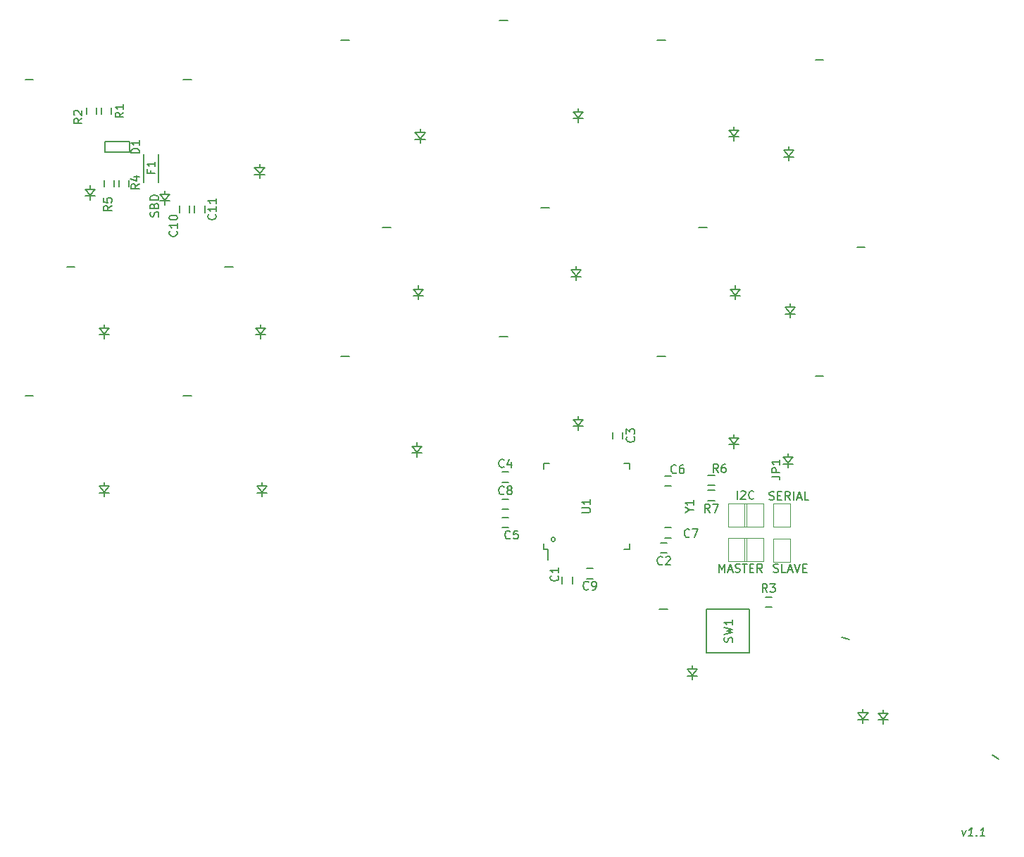
<source format=gto>
G04 #@! TF.GenerationSoftware,KiCad,Pcbnew,(5.0.0)*
G04 #@! TF.CreationDate,2019-01-14T15:32:29+09:00*
G04 #@! TF.ProjectId,kp21,6B7032312E6B696361645F7063620000,rev?*
G04 #@! TF.SameCoordinates,Original*
G04 #@! TF.FileFunction,Legend,Top*
G04 #@! TF.FilePolarity,Positive*
%FSLAX46Y46*%
G04 Gerber Fmt 4.6, Leading zero omitted, Abs format (unit mm)*
G04 Created by KiCad (PCBNEW (5.0.0)) date 01/14/19 15:32:29*
%MOMM*%
%LPD*%
G01*
G04 APERTURE LIST*
%ADD10C,0.150000*%
%ADD11C,0.120000*%
G04 APERTURE END LIST*
D10*
X219154776Y-135985714D02*
X219309538Y-136652380D01*
X219630967Y-135985714D01*
X220452395Y-136652380D02*
X219880967Y-136652380D01*
X220166681Y-136652380D02*
X220291681Y-135652380D01*
X220178586Y-135795238D01*
X220071443Y-135890476D01*
X219970252Y-135938095D01*
X220892872Y-136557142D02*
X220934538Y-136604761D01*
X220880967Y-136652380D01*
X220839300Y-136604761D01*
X220892872Y-136557142D01*
X220880967Y-136652380D01*
X221880967Y-136652380D02*
X221309538Y-136652380D01*
X221595252Y-136652380D02*
X221720252Y-135652380D01*
X221607157Y-135795238D01*
X221500014Y-135890476D01*
X221398824Y-135938095D01*
D11*
X191000000Y-99450000D02*
X195250000Y-99450000D01*
X191000000Y-96650000D02*
X195250000Y-96650000D01*
X195250000Y-99450000D02*
X195250000Y-96650000D01*
X191000000Y-99450000D02*
X191000000Y-96650000D01*
X191000000Y-103650000D02*
X191000000Y-100850000D01*
X195250000Y-103650000D02*
X195250000Y-100850000D01*
X191000000Y-103650000D02*
X195250000Y-103650000D01*
X191000000Y-100850000D02*
X195250000Y-100850000D01*
D10*
X195990476Y-96204761D02*
X196133333Y-96252380D01*
X196371428Y-96252380D01*
X196466666Y-96204761D01*
X196514285Y-96157142D01*
X196561904Y-96061904D01*
X196561904Y-95966666D01*
X196514285Y-95871428D01*
X196466666Y-95823809D01*
X196371428Y-95776190D01*
X196180952Y-95728571D01*
X196085714Y-95680952D01*
X196038095Y-95633333D01*
X195990476Y-95538095D01*
X195990476Y-95442857D01*
X196038095Y-95347619D01*
X196085714Y-95300000D01*
X196180952Y-95252380D01*
X196419047Y-95252380D01*
X196561904Y-95300000D01*
X196990476Y-95728571D02*
X197323809Y-95728571D01*
X197466666Y-96252380D02*
X196990476Y-96252380D01*
X196990476Y-95252380D01*
X197466666Y-95252380D01*
X198466666Y-96252380D02*
X198133333Y-95776190D01*
X197895238Y-96252380D02*
X197895238Y-95252380D01*
X198276190Y-95252380D01*
X198371428Y-95300000D01*
X198419047Y-95347619D01*
X198466666Y-95442857D01*
X198466666Y-95585714D01*
X198419047Y-95680952D01*
X198371428Y-95728571D01*
X198276190Y-95776190D01*
X197895238Y-95776190D01*
X198895238Y-96252380D02*
X198895238Y-95252380D01*
X199323809Y-95966666D02*
X199800000Y-95966666D01*
X199228571Y-96252380D02*
X199561904Y-95252380D01*
X199895238Y-96252380D01*
X200704761Y-96252380D02*
X200228571Y-96252380D01*
X200228571Y-95252380D01*
X196500000Y-104904761D02*
X196642857Y-104952380D01*
X196880952Y-104952380D01*
X196976190Y-104904761D01*
X197023809Y-104857142D01*
X197071428Y-104761904D01*
X197071428Y-104666666D01*
X197023809Y-104571428D01*
X196976190Y-104523809D01*
X196880952Y-104476190D01*
X196690476Y-104428571D01*
X196595238Y-104380952D01*
X196547619Y-104333333D01*
X196500000Y-104238095D01*
X196500000Y-104142857D01*
X196547619Y-104047619D01*
X196595238Y-104000000D01*
X196690476Y-103952380D01*
X196928571Y-103952380D01*
X197071428Y-104000000D01*
X197976190Y-104952380D02*
X197500000Y-104952380D01*
X197500000Y-103952380D01*
X198261904Y-104666666D02*
X198738095Y-104666666D01*
X198166666Y-104952380D02*
X198500000Y-103952380D01*
X198833333Y-104952380D01*
X199023809Y-103952380D02*
X199357142Y-104952380D01*
X199690476Y-103952380D01*
X200023809Y-104428571D02*
X200357142Y-104428571D01*
X200500000Y-104952380D02*
X200023809Y-104952380D01*
X200023809Y-103952380D01*
X200500000Y-103952380D01*
X189928571Y-104952380D02*
X189928571Y-103952380D01*
X190261904Y-104666666D01*
X190595238Y-103952380D01*
X190595238Y-104952380D01*
X191023809Y-104666666D02*
X191500000Y-104666666D01*
X190928571Y-104952380D02*
X191261904Y-103952380D01*
X191595238Y-104952380D01*
X191880952Y-104904761D02*
X192023809Y-104952380D01*
X192261904Y-104952380D01*
X192357142Y-104904761D01*
X192404761Y-104857142D01*
X192452380Y-104761904D01*
X192452380Y-104666666D01*
X192404761Y-104571428D01*
X192357142Y-104523809D01*
X192261904Y-104476190D01*
X192071428Y-104428571D01*
X191976190Y-104380952D01*
X191928571Y-104333333D01*
X191880952Y-104238095D01*
X191880952Y-104142857D01*
X191928571Y-104047619D01*
X191976190Y-104000000D01*
X192071428Y-103952380D01*
X192309523Y-103952380D01*
X192452380Y-104000000D01*
X192738095Y-103952380D02*
X193309523Y-103952380D01*
X193023809Y-104952380D02*
X193023809Y-103952380D01*
X193642857Y-104428571D02*
X193976190Y-104428571D01*
X194119047Y-104952380D02*
X193642857Y-104952380D01*
X193642857Y-103952380D01*
X194119047Y-103952380D01*
X195119047Y-104952380D02*
X194785714Y-104476190D01*
X194547619Y-104952380D02*
X194547619Y-103952380D01*
X194928571Y-103952380D01*
X195023809Y-104000000D01*
X195071428Y-104047619D01*
X195119047Y-104142857D01*
X195119047Y-104285714D01*
X195071428Y-104380952D01*
X195023809Y-104428571D01*
X194928571Y-104476190D01*
X194547619Y-104476190D01*
X192123809Y-96152380D02*
X192123809Y-95152380D01*
X192552380Y-95247619D02*
X192600000Y-95200000D01*
X192695238Y-95152380D01*
X192933333Y-95152380D01*
X193028571Y-95200000D01*
X193076190Y-95247619D01*
X193123809Y-95342857D01*
X193123809Y-95438095D01*
X193076190Y-95580952D01*
X192504761Y-96152380D01*
X193123809Y-96152380D01*
X194123809Y-96057142D02*
X194076190Y-96104761D01*
X193933333Y-96152380D01*
X193838095Y-96152380D01*
X193695238Y-96104761D01*
X193600000Y-96009523D01*
X193552380Y-95914285D01*
X193504761Y-95723809D01*
X193504761Y-95580952D01*
X193552380Y-95390476D01*
X193600000Y-95295238D01*
X193695238Y-95200000D01*
X193838095Y-95152380D01*
X193933333Y-95152380D01*
X194076190Y-95200000D01*
X194123809Y-95247619D01*
G04 #@! TO.C,SW1*
X188400000Y-109400000D02*
X193600000Y-109400000D01*
X193600000Y-114600000D02*
X193600000Y-109400000D01*
X188400000Y-114600000D02*
X193600000Y-114600000D01*
X188400000Y-114600000D02*
X188400000Y-109400000D01*
G04 #@! TO.C,R6*
X189400000Y-94500000D02*
X188600000Y-94500000D01*
X188600000Y-93300000D02*
X189400000Y-93300000D01*
G04 #@! TO.C,R7*
X189400000Y-96300000D02*
X188600000Y-96300000D01*
X188600000Y-95100000D02*
X189400000Y-95100000D01*
G04 #@! TO.C,C1*
X172300000Y-105500000D02*
X172300000Y-106300000D01*
X171100000Y-106300000D02*
X171100000Y-105500000D01*
G04 #@! TO.C,C2*
X183700000Y-102600000D02*
X182900000Y-102600000D01*
X182900000Y-101400000D02*
X183700000Y-101400000D01*
G04 #@! TO.C,C3*
X178350000Y-88100000D02*
X178350000Y-88900000D01*
X177150000Y-88900000D02*
X177150000Y-88100000D01*
G04 #@! TO.C,C4*
X163850000Y-92900000D02*
X164650000Y-92900000D01*
X164650000Y-94100000D02*
X163850000Y-94100000D01*
G04 #@! TO.C,C5*
X164650000Y-99600000D02*
X163850000Y-99600000D01*
X163850000Y-98400000D02*
X164650000Y-98400000D01*
G04 #@! TO.C,C6*
X184200000Y-94600000D02*
X183400000Y-94600000D01*
X183400000Y-93400000D02*
X184200000Y-93400000D01*
G04 #@! TO.C,C7*
X183400000Y-99600000D02*
X184200000Y-99600000D01*
X184200000Y-100800000D02*
X183400000Y-100800000D01*
G04 #@! TO.C,C8*
X163850000Y-96150000D02*
X164650000Y-96150000D01*
X164650000Y-97350000D02*
X163850000Y-97350000D01*
G04 #@! TO.C,C9*
X174000000Y-104500000D02*
X174800000Y-104500000D01*
X174800000Y-105700000D02*
X174000000Y-105700000D01*
G04 #@! TO.C,C10*
X125100000Y-61700000D02*
X125100000Y-60900000D01*
X126300000Y-60900000D02*
X126300000Y-61700000D01*
G04 #@! TO.C,C11*
X126900000Y-61700000D02*
X126900000Y-60900000D01*
X128100000Y-60900000D02*
X128100000Y-61700000D01*
G04 #@! TO.C,R1*
X116900000Y-49100000D02*
X116900000Y-49900000D01*
X115700000Y-49900000D02*
X115700000Y-49100000D01*
G04 #@! TO.C,R2*
X115100000Y-49100000D02*
X115100000Y-49900000D01*
X113900000Y-49900000D02*
X113900000Y-49100000D01*
G04 #@! TO.C,R3*
X195500000Y-107900000D02*
X196300000Y-107900000D01*
X196300000Y-109100000D02*
X195500000Y-109100000D01*
G04 #@! TO.C,R4*
X117800000Y-58600000D02*
X117800000Y-57800000D01*
X119000000Y-57800000D02*
X119000000Y-58600000D01*
G04 #@! TO.C,R5*
X116000000Y-58600000D02*
X116000000Y-57800000D01*
X117200000Y-57800000D02*
X117200000Y-58600000D01*
G04 #@! TO.C,F1*
X122580000Y-58100000D02*
X122580000Y-54700000D01*
X120780000Y-58100000D02*
X120780000Y-54700000D01*
G04 #@! TO.C,D1*
X119050000Y-53150000D02*
X119050000Y-54450000D01*
X116150000Y-53150000D02*
X116150000Y-54450000D01*
X116150000Y-54450000D02*
X119050000Y-54450000D01*
X116150000Y-53150000D02*
X119050000Y-53150000D01*
D11*
G04 #@! TO.C,JP1*
X193250000Y-96650000D02*
X195250000Y-96650000D01*
X193250000Y-99450000D02*
X193250000Y-96650000D01*
X195250000Y-96650000D02*
X195250000Y-99450000D01*
X195250000Y-99450000D02*
X193250000Y-99450000D01*
G04 #@! TO.C,JP2*
X191000000Y-96650000D02*
X193000000Y-96650000D01*
X191000000Y-99450000D02*
X191000000Y-96650000D01*
X193000000Y-96650000D02*
X193000000Y-99450000D01*
X193000000Y-99450000D02*
X191000000Y-99450000D01*
G04 #@! TO.C,JP3*
X198500000Y-99500000D02*
X196500000Y-99500000D01*
X198500000Y-96700000D02*
X198500000Y-99500000D01*
X196500000Y-99500000D02*
X196500000Y-96700000D01*
X196500000Y-96700000D02*
X198500000Y-96700000D01*
G04 #@! TO.C,JP4*
X196500000Y-100900000D02*
X198500000Y-100900000D01*
X196500000Y-103700000D02*
X196500000Y-100900000D01*
X198500000Y-100900000D02*
X198500000Y-103700000D01*
X198500000Y-103700000D02*
X196500000Y-103700000D01*
G04 #@! TO.C,JP5*
X193250000Y-100850000D02*
X195250000Y-100850000D01*
X193250000Y-103650000D02*
X193250000Y-100850000D01*
X195250000Y-100850000D02*
X195250000Y-103650000D01*
X195250000Y-103650000D02*
X193250000Y-103650000D01*
G04 #@! TO.C,JP6*
X193000000Y-103650000D02*
X191000000Y-103650000D01*
X193000000Y-100850000D02*
X193000000Y-103650000D01*
X191000000Y-103650000D02*
X191000000Y-100850000D01*
X191000000Y-100850000D02*
X193000000Y-100850000D01*
D10*
G04 #@! TO.C,U2*
X107500000Y-45750000D02*
X106500000Y-45750000D01*
G04 #@! TO.C,U3*
X111500000Y-68250000D02*
X112500000Y-68250000D01*
G04 #@! TO.C,U4*
X107500000Y-83750000D02*
X106500000Y-83750000D01*
G04 #@! TO.C,U5*
X126500000Y-45750000D02*
X125500000Y-45750000D01*
G04 #@! TO.C,U6*
X130500000Y-68250000D02*
X131500000Y-68250000D01*
G04 #@! TO.C,U7*
X126500000Y-83750000D02*
X125500000Y-83750000D01*
G04 #@! TO.C,U8*
X145500000Y-41000000D02*
X144500000Y-41000000D01*
G04 #@! TO.C,U9*
X149500000Y-63500000D02*
X150500000Y-63500000D01*
G04 #@! TO.C,U10*
X145500000Y-79000000D02*
X144500000Y-79000000D01*
G04 #@! TO.C,U11*
X164500000Y-38625000D02*
X163500000Y-38625000D01*
G04 #@! TO.C,U12*
X168500000Y-61125000D02*
X169500000Y-61125000D01*
G04 #@! TO.C,U13*
X164500000Y-76625000D02*
X163500000Y-76625000D01*
G04 #@! TO.C,U14*
X182750000Y-109375000D02*
X183750000Y-109375000D01*
G04 #@! TO.C,U15*
X183500000Y-41000000D02*
X182500000Y-41000000D01*
G04 #@! TO.C,U16*
X187500000Y-63500000D02*
X188500000Y-63500000D01*
G04 #@! TO.C,U17*
X183500000Y-79000000D02*
X182500000Y-79000000D01*
G04 #@! TO.C,U18*
X204658090Y-112785865D02*
X205624016Y-113044684D01*
G04 #@! TO.C,U19*
X202500000Y-43375000D02*
X201500000Y-43375000D01*
G04 #@! TO.C,U20*
X206500000Y-65875000D02*
X207500000Y-65875000D01*
G04 #@! TO.C,U21*
X202500000Y-81375000D02*
X201500000Y-81375000D01*
G04 #@! TO.C,U22*
X222754845Y-126880686D02*
X223573997Y-127454263D01*
G04 #@! TO.C,D2*
X123300000Y-60200000D02*
X122700000Y-59500000D01*
X123900000Y-59500000D02*
X123300000Y-60200000D01*
X122700000Y-59500000D02*
X123900000Y-59500000D01*
X122700000Y-60300000D02*
X123900000Y-60300000D01*
X123300000Y-59050000D02*
X123300000Y-59500000D01*
X123300000Y-60750000D02*
X123300000Y-60300000D01*
G04 #@! TO.C,D3*
X114300000Y-60150000D02*
X114300000Y-59700000D01*
X114300000Y-58450000D02*
X114300000Y-58900000D01*
X113700000Y-59700000D02*
X114900000Y-59700000D01*
X113700000Y-58900000D02*
X114900000Y-58900000D01*
X114900000Y-58900000D02*
X114300000Y-59600000D01*
X114300000Y-59600000D02*
X113700000Y-58900000D01*
G04 #@! TO.C,D4*
X116000000Y-76850000D02*
X116000000Y-76400000D01*
X116000000Y-75150000D02*
X116000000Y-75600000D01*
X115400000Y-76400000D02*
X116600000Y-76400000D01*
X115400000Y-75600000D02*
X116600000Y-75600000D01*
X116600000Y-75600000D02*
X116000000Y-76300000D01*
X116000000Y-76300000D02*
X115400000Y-75600000D01*
G04 #@! TO.C,D5*
X116000000Y-95850000D02*
X116000000Y-95400000D01*
X116000000Y-94150000D02*
X116000000Y-94600000D01*
X115400000Y-95400000D02*
X116600000Y-95400000D01*
X115400000Y-94600000D02*
X116600000Y-94600000D01*
X116600000Y-94600000D02*
X116000000Y-95300000D01*
X116000000Y-95300000D02*
X115400000Y-94600000D01*
G04 #@! TO.C,D6*
X134700000Y-57550000D02*
X134700000Y-57100000D01*
X134700000Y-55850000D02*
X134700000Y-56300000D01*
X134100000Y-57100000D02*
X135300000Y-57100000D01*
X134100000Y-56300000D02*
X135300000Y-56300000D01*
X135300000Y-56300000D02*
X134700000Y-57000000D01*
X134700000Y-57000000D02*
X134100000Y-56300000D01*
G04 #@! TO.C,D7*
X134800000Y-76850000D02*
X134800000Y-76400000D01*
X134800000Y-75150000D02*
X134800000Y-75600000D01*
X134200000Y-76400000D02*
X135400000Y-76400000D01*
X134200000Y-75600000D02*
X135400000Y-75600000D01*
X135400000Y-75600000D02*
X134800000Y-76300000D01*
X134800000Y-76300000D02*
X134200000Y-75600000D01*
G04 #@! TO.C,D8*
X135000000Y-95850000D02*
X135000000Y-95400000D01*
X135000000Y-94150000D02*
X135000000Y-94600000D01*
X134400000Y-95400000D02*
X135600000Y-95400000D01*
X134400000Y-94600000D02*
X135600000Y-94600000D01*
X135600000Y-94600000D02*
X135000000Y-95300000D01*
X135000000Y-95300000D02*
X134400000Y-94600000D01*
G04 #@! TO.C,D9*
X154000000Y-53350000D02*
X154000000Y-52900000D01*
X154000000Y-51650000D02*
X154000000Y-52100000D01*
X153400000Y-52900000D02*
X154600000Y-52900000D01*
X153400000Y-52100000D02*
X154600000Y-52100000D01*
X154600000Y-52100000D02*
X154000000Y-52800000D01*
X154000000Y-52800000D02*
X153400000Y-52100000D01*
G04 #@! TO.C,D10*
X153800000Y-71600000D02*
X153200000Y-70900000D01*
X154400000Y-70900000D02*
X153800000Y-71600000D01*
X153200000Y-70900000D02*
X154400000Y-70900000D01*
X153200000Y-71700000D02*
X154400000Y-71700000D01*
X153800000Y-70450000D02*
X153800000Y-70900000D01*
X153800000Y-72150000D02*
X153800000Y-71700000D01*
G04 #@! TO.C,D11*
X153600000Y-90500000D02*
X153000000Y-89800000D01*
X154200000Y-89800000D02*
X153600000Y-90500000D01*
X153000000Y-89800000D02*
X154200000Y-89800000D01*
X153000000Y-90600000D02*
X154200000Y-90600000D01*
X153600000Y-89350000D02*
X153600000Y-89800000D01*
X153600000Y-91050000D02*
X153600000Y-90600000D01*
G04 #@! TO.C,D12*
X173000000Y-50300000D02*
X172400000Y-49600000D01*
X173600000Y-49600000D02*
X173000000Y-50300000D01*
X172400000Y-49600000D02*
X173600000Y-49600000D01*
X172400000Y-50400000D02*
X173600000Y-50400000D01*
X173000000Y-49150000D02*
X173000000Y-49600000D01*
X173000000Y-50850000D02*
X173000000Y-50400000D01*
G04 #@! TO.C,D13*
X172750000Y-69300000D02*
X172150000Y-68600000D01*
X173350000Y-68600000D02*
X172750000Y-69300000D01*
X172150000Y-68600000D02*
X173350000Y-68600000D01*
X172150000Y-69400000D02*
X173350000Y-69400000D01*
X172750000Y-68150000D02*
X172750000Y-68600000D01*
X172750000Y-69850000D02*
X172750000Y-69400000D01*
G04 #@! TO.C,D14*
X173000000Y-87300000D02*
X172400000Y-86600000D01*
X173600000Y-86600000D02*
X173000000Y-87300000D01*
X172400000Y-86600000D02*
X173600000Y-86600000D01*
X172400000Y-87400000D02*
X173600000Y-87400000D01*
X173000000Y-86150000D02*
X173000000Y-86600000D01*
X173000000Y-87850000D02*
X173000000Y-87400000D01*
G04 #@! TO.C,D15*
X186750000Y-117850000D02*
X186750000Y-117400000D01*
X186750000Y-116150000D02*
X186750000Y-116600000D01*
X186150000Y-117400000D02*
X187350000Y-117400000D01*
X186150000Y-116600000D02*
X187350000Y-116600000D01*
X187350000Y-116600000D02*
X186750000Y-117300000D01*
X186750000Y-117300000D02*
X186150000Y-116600000D01*
G04 #@! TO.C,D16*
X191700000Y-53050000D02*
X191700000Y-52600000D01*
X191700000Y-51350000D02*
X191700000Y-51800000D01*
X191100000Y-52600000D02*
X192300000Y-52600000D01*
X191100000Y-51800000D02*
X192300000Y-51800000D01*
X192300000Y-51800000D02*
X191700000Y-52500000D01*
X191700000Y-52500000D02*
X191100000Y-51800000D01*
G04 #@! TO.C,D17*
X191900000Y-71600000D02*
X191300000Y-70900000D01*
X192500000Y-70900000D02*
X191900000Y-71600000D01*
X191300000Y-70900000D02*
X192500000Y-70900000D01*
X191300000Y-71700000D02*
X192500000Y-71700000D01*
X191900000Y-70450000D02*
X191900000Y-70900000D01*
X191900000Y-72150000D02*
X191900000Y-71700000D01*
G04 #@! TO.C,D18*
X191750000Y-89500000D02*
X191150000Y-88800000D01*
X192350000Y-88800000D02*
X191750000Y-89500000D01*
X191150000Y-88800000D02*
X192350000Y-88800000D01*
X191150000Y-89600000D02*
X192350000Y-89600000D01*
X191750000Y-88350000D02*
X191750000Y-88800000D01*
X191750000Y-90050000D02*
X191750000Y-89600000D01*
G04 #@! TO.C,D19*
X207250000Y-122550000D02*
X206650000Y-121850000D01*
X207850000Y-121850000D02*
X207250000Y-122550000D01*
X206650000Y-121850000D02*
X207850000Y-121850000D01*
X206650000Y-122650000D02*
X207850000Y-122650000D01*
X207250000Y-121400000D02*
X207250000Y-121850000D01*
X207250000Y-123100000D02*
X207250000Y-122650000D01*
G04 #@! TO.C,D20*
X198300000Y-54900000D02*
X197700000Y-54200000D01*
X198900000Y-54200000D02*
X198300000Y-54900000D01*
X197700000Y-54200000D02*
X198900000Y-54200000D01*
X197700000Y-55000000D02*
X198900000Y-55000000D01*
X198300000Y-53750000D02*
X198300000Y-54200000D01*
X198300000Y-55450000D02*
X198300000Y-55000000D01*
G04 #@! TO.C,D21*
X198500000Y-74350000D02*
X198500000Y-73900000D01*
X198500000Y-72650000D02*
X198500000Y-73100000D01*
X197900000Y-73900000D02*
X199100000Y-73900000D01*
X197900000Y-73100000D02*
X199100000Y-73100000D01*
X199100000Y-73100000D02*
X198500000Y-73800000D01*
X198500000Y-73800000D02*
X197900000Y-73100000D01*
G04 #@! TO.C,D22*
X198250000Y-91800000D02*
X197650000Y-91100000D01*
X198850000Y-91100000D02*
X198250000Y-91800000D01*
X197650000Y-91100000D02*
X198850000Y-91100000D01*
X197650000Y-91900000D02*
X198850000Y-91900000D01*
X198250000Y-90650000D02*
X198250000Y-91100000D01*
X198250000Y-92350000D02*
X198250000Y-91900000D01*
G04 #@! TO.C,D23*
X209700000Y-123150000D02*
X209700000Y-122700000D01*
X209700000Y-121450000D02*
X209700000Y-121900000D01*
X209100000Y-122700000D02*
X210300000Y-122700000D01*
X209100000Y-121900000D02*
X210300000Y-121900000D01*
X210300000Y-121900000D02*
X209700000Y-122600000D01*
X209700000Y-122600000D02*
X209100000Y-121900000D01*
G04 #@! TO.C,U1*
X169400000Y-102175000D02*
X169400000Y-103450000D01*
X168825000Y-91825000D02*
X168825000Y-92500000D01*
X179175000Y-91825000D02*
X179175000Y-92500000D01*
X179175000Y-102175000D02*
X179175000Y-101500000D01*
X168825000Y-102175000D02*
X168825000Y-101500000D01*
X179175000Y-102175000D02*
X178500000Y-102175000D01*
X179175000Y-91825000D02*
X178500000Y-91825000D01*
X168825000Y-91825000D02*
X169500000Y-91825000D01*
X168825000Y-102175000D02*
X169400000Y-102175000D01*
X170250000Y-101000000D02*
G75*
G03X170250000Y-101000000I-250000J0D01*
G01*
G04 #@! TO.C,SW1*
X191504761Y-113333333D02*
X191552380Y-113190476D01*
X191552380Y-112952380D01*
X191504761Y-112857142D01*
X191457142Y-112809523D01*
X191361904Y-112761904D01*
X191266666Y-112761904D01*
X191171428Y-112809523D01*
X191123809Y-112857142D01*
X191076190Y-112952380D01*
X191028571Y-113142857D01*
X190980952Y-113238095D01*
X190933333Y-113285714D01*
X190838095Y-113333333D01*
X190742857Y-113333333D01*
X190647619Y-113285714D01*
X190600000Y-113238095D01*
X190552380Y-113142857D01*
X190552380Y-112904761D01*
X190600000Y-112761904D01*
X190552380Y-112428571D02*
X191552380Y-112190476D01*
X190838095Y-112000000D01*
X191552380Y-111809523D01*
X190552380Y-111571428D01*
X191552380Y-110666666D02*
X191552380Y-111238095D01*
X191552380Y-110952380D02*
X190552380Y-110952380D01*
X190695238Y-111047619D01*
X190790476Y-111142857D01*
X190838095Y-111238095D01*
G04 #@! TO.C,R6*
X189833333Y-92952380D02*
X189500000Y-92476190D01*
X189261904Y-92952380D02*
X189261904Y-91952380D01*
X189642857Y-91952380D01*
X189738095Y-92000000D01*
X189785714Y-92047619D01*
X189833333Y-92142857D01*
X189833333Y-92285714D01*
X189785714Y-92380952D01*
X189738095Y-92428571D01*
X189642857Y-92476190D01*
X189261904Y-92476190D01*
X190690476Y-91952380D02*
X190500000Y-91952380D01*
X190404761Y-92000000D01*
X190357142Y-92047619D01*
X190261904Y-92190476D01*
X190214285Y-92380952D01*
X190214285Y-92761904D01*
X190261904Y-92857142D01*
X190309523Y-92904761D01*
X190404761Y-92952380D01*
X190595238Y-92952380D01*
X190690476Y-92904761D01*
X190738095Y-92857142D01*
X190785714Y-92761904D01*
X190785714Y-92523809D01*
X190738095Y-92428571D01*
X190690476Y-92380952D01*
X190595238Y-92333333D01*
X190404761Y-92333333D01*
X190309523Y-92380952D01*
X190261904Y-92428571D01*
X190214285Y-92523809D01*
G04 #@! TO.C,R7*
X188833333Y-97752380D02*
X188500000Y-97276190D01*
X188261904Y-97752380D02*
X188261904Y-96752380D01*
X188642857Y-96752380D01*
X188738095Y-96800000D01*
X188785714Y-96847619D01*
X188833333Y-96942857D01*
X188833333Y-97085714D01*
X188785714Y-97180952D01*
X188738095Y-97228571D01*
X188642857Y-97276190D01*
X188261904Y-97276190D01*
X189166666Y-96752380D02*
X189833333Y-96752380D01*
X189404761Y-97752380D01*
G04 #@! TO.C,C1*
X170557142Y-105366666D02*
X170604761Y-105414285D01*
X170652380Y-105557142D01*
X170652380Y-105652380D01*
X170604761Y-105795238D01*
X170509523Y-105890476D01*
X170414285Y-105938095D01*
X170223809Y-105985714D01*
X170080952Y-105985714D01*
X169890476Y-105938095D01*
X169795238Y-105890476D01*
X169700000Y-105795238D01*
X169652380Y-105652380D01*
X169652380Y-105557142D01*
X169700000Y-105414285D01*
X169747619Y-105366666D01*
X170652380Y-104414285D02*
X170652380Y-104985714D01*
X170652380Y-104700000D02*
X169652380Y-104700000D01*
X169795238Y-104795238D01*
X169890476Y-104890476D01*
X169938095Y-104985714D01*
G04 #@! TO.C,C2*
X183133333Y-103957142D02*
X183085714Y-104004761D01*
X182942857Y-104052380D01*
X182847619Y-104052380D01*
X182704761Y-104004761D01*
X182609523Y-103909523D01*
X182561904Y-103814285D01*
X182514285Y-103623809D01*
X182514285Y-103480952D01*
X182561904Y-103290476D01*
X182609523Y-103195238D01*
X182704761Y-103100000D01*
X182847619Y-103052380D01*
X182942857Y-103052380D01*
X183085714Y-103100000D01*
X183133333Y-103147619D01*
X183514285Y-103147619D02*
X183561904Y-103100000D01*
X183657142Y-103052380D01*
X183895238Y-103052380D01*
X183990476Y-103100000D01*
X184038095Y-103147619D01*
X184085714Y-103242857D01*
X184085714Y-103338095D01*
X184038095Y-103480952D01*
X183466666Y-104052380D01*
X184085714Y-104052380D01*
G04 #@! TO.C,C3*
X179707142Y-88666666D02*
X179754761Y-88714285D01*
X179802380Y-88857142D01*
X179802380Y-88952380D01*
X179754761Y-89095238D01*
X179659523Y-89190476D01*
X179564285Y-89238095D01*
X179373809Y-89285714D01*
X179230952Y-89285714D01*
X179040476Y-89238095D01*
X178945238Y-89190476D01*
X178850000Y-89095238D01*
X178802380Y-88952380D01*
X178802380Y-88857142D01*
X178850000Y-88714285D01*
X178897619Y-88666666D01*
X178802380Y-88333333D02*
X178802380Y-87714285D01*
X179183333Y-88047619D01*
X179183333Y-87904761D01*
X179230952Y-87809523D01*
X179278571Y-87761904D01*
X179373809Y-87714285D01*
X179611904Y-87714285D01*
X179707142Y-87761904D01*
X179754761Y-87809523D01*
X179802380Y-87904761D01*
X179802380Y-88190476D01*
X179754761Y-88285714D01*
X179707142Y-88333333D01*
G04 #@! TO.C,C4*
X164083333Y-92257142D02*
X164035714Y-92304761D01*
X163892857Y-92352380D01*
X163797619Y-92352380D01*
X163654761Y-92304761D01*
X163559523Y-92209523D01*
X163511904Y-92114285D01*
X163464285Y-91923809D01*
X163464285Y-91780952D01*
X163511904Y-91590476D01*
X163559523Y-91495238D01*
X163654761Y-91400000D01*
X163797619Y-91352380D01*
X163892857Y-91352380D01*
X164035714Y-91400000D01*
X164083333Y-91447619D01*
X164940476Y-91685714D02*
X164940476Y-92352380D01*
X164702380Y-91304761D02*
X164464285Y-92019047D01*
X165083333Y-92019047D01*
G04 #@! TO.C,C5*
X164833333Y-100857142D02*
X164785714Y-100904761D01*
X164642857Y-100952380D01*
X164547619Y-100952380D01*
X164404761Y-100904761D01*
X164309523Y-100809523D01*
X164261904Y-100714285D01*
X164214285Y-100523809D01*
X164214285Y-100380952D01*
X164261904Y-100190476D01*
X164309523Y-100095238D01*
X164404761Y-100000000D01*
X164547619Y-99952380D01*
X164642857Y-99952380D01*
X164785714Y-100000000D01*
X164833333Y-100047619D01*
X165738095Y-99952380D02*
X165261904Y-99952380D01*
X165214285Y-100428571D01*
X165261904Y-100380952D01*
X165357142Y-100333333D01*
X165595238Y-100333333D01*
X165690476Y-100380952D01*
X165738095Y-100428571D01*
X165785714Y-100523809D01*
X165785714Y-100761904D01*
X165738095Y-100857142D01*
X165690476Y-100904761D01*
X165595238Y-100952380D01*
X165357142Y-100952380D01*
X165261904Y-100904761D01*
X165214285Y-100857142D01*
G04 #@! TO.C,C6*
X184783333Y-92957142D02*
X184735714Y-93004761D01*
X184592857Y-93052380D01*
X184497619Y-93052380D01*
X184354761Y-93004761D01*
X184259523Y-92909523D01*
X184211904Y-92814285D01*
X184164285Y-92623809D01*
X184164285Y-92480952D01*
X184211904Y-92290476D01*
X184259523Y-92195238D01*
X184354761Y-92100000D01*
X184497619Y-92052380D01*
X184592857Y-92052380D01*
X184735714Y-92100000D01*
X184783333Y-92147619D01*
X185640476Y-92052380D02*
X185450000Y-92052380D01*
X185354761Y-92100000D01*
X185307142Y-92147619D01*
X185211904Y-92290476D01*
X185164285Y-92480952D01*
X185164285Y-92861904D01*
X185211904Y-92957142D01*
X185259523Y-93004761D01*
X185354761Y-93052380D01*
X185545238Y-93052380D01*
X185640476Y-93004761D01*
X185688095Y-92957142D01*
X185735714Y-92861904D01*
X185735714Y-92623809D01*
X185688095Y-92528571D01*
X185640476Y-92480952D01*
X185545238Y-92433333D01*
X185354761Y-92433333D01*
X185259523Y-92480952D01*
X185211904Y-92528571D01*
X185164285Y-92623809D01*
G04 #@! TO.C,C7*
X186383333Y-100657142D02*
X186335714Y-100704761D01*
X186192857Y-100752380D01*
X186097619Y-100752380D01*
X185954761Y-100704761D01*
X185859523Y-100609523D01*
X185811904Y-100514285D01*
X185764285Y-100323809D01*
X185764285Y-100180952D01*
X185811904Y-99990476D01*
X185859523Y-99895238D01*
X185954761Y-99800000D01*
X186097619Y-99752380D01*
X186192857Y-99752380D01*
X186335714Y-99800000D01*
X186383333Y-99847619D01*
X186716666Y-99752380D02*
X187383333Y-99752380D01*
X186954761Y-100752380D01*
G04 #@! TO.C,C8*
X164083333Y-95507142D02*
X164035714Y-95554761D01*
X163892857Y-95602380D01*
X163797619Y-95602380D01*
X163654761Y-95554761D01*
X163559523Y-95459523D01*
X163511904Y-95364285D01*
X163464285Y-95173809D01*
X163464285Y-95030952D01*
X163511904Y-94840476D01*
X163559523Y-94745238D01*
X163654761Y-94650000D01*
X163797619Y-94602380D01*
X163892857Y-94602380D01*
X164035714Y-94650000D01*
X164083333Y-94697619D01*
X164654761Y-95030952D02*
X164559523Y-94983333D01*
X164511904Y-94935714D01*
X164464285Y-94840476D01*
X164464285Y-94792857D01*
X164511904Y-94697619D01*
X164559523Y-94650000D01*
X164654761Y-94602380D01*
X164845238Y-94602380D01*
X164940476Y-94650000D01*
X164988095Y-94697619D01*
X165035714Y-94792857D01*
X165035714Y-94840476D01*
X164988095Y-94935714D01*
X164940476Y-94983333D01*
X164845238Y-95030952D01*
X164654761Y-95030952D01*
X164559523Y-95078571D01*
X164511904Y-95126190D01*
X164464285Y-95221428D01*
X164464285Y-95411904D01*
X164511904Y-95507142D01*
X164559523Y-95554761D01*
X164654761Y-95602380D01*
X164845238Y-95602380D01*
X164940476Y-95554761D01*
X164988095Y-95507142D01*
X165035714Y-95411904D01*
X165035714Y-95221428D01*
X164988095Y-95126190D01*
X164940476Y-95078571D01*
X164845238Y-95030952D01*
G04 #@! TO.C,C9*
X174233333Y-106957142D02*
X174185714Y-107004761D01*
X174042857Y-107052380D01*
X173947619Y-107052380D01*
X173804761Y-107004761D01*
X173709523Y-106909523D01*
X173661904Y-106814285D01*
X173614285Y-106623809D01*
X173614285Y-106480952D01*
X173661904Y-106290476D01*
X173709523Y-106195238D01*
X173804761Y-106100000D01*
X173947619Y-106052380D01*
X174042857Y-106052380D01*
X174185714Y-106100000D01*
X174233333Y-106147619D01*
X174709523Y-107052380D02*
X174900000Y-107052380D01*
X174995238Y-107004761D01*
X175042857Y-106957142D01*
X175138095Y-106814285D01*
X175185714Y-106623809D01*
X175185714Y-106242857D01*
X175138095Y-106147619D01*
X175090476Y-106100000D01*
X174995238Y-106052380D01*
X174804761Y-106052380D01*
X174709523Y-106100000D01*
X174661904Y-106147619D01*
X174614285Y-106242857D01*
X174614285Y-106480952D01*
X174661904Y-106576190D01*
X174709523Y-106623809D01*
X174804761Y-106671428D01*
X174995238Y-106671428D01*
X175090476Y-106623809D01*
X175138095Y-106576190D01*
X175185714Y-106480952D01*
G04 #@! TO.C,C10*
X124737142Y-63932857D02*
X124784761Y-63980476D01*
X124832380Y-64123333D01*
X124832380Y-64218571D01*
X124784761Y-64361428D01*
X124689523Y-64456666D01*
X124594285Y-64504285D01*
X124403809Y-64551904D01*
X124260952Y-64551904D01*
X124070476Y-64504285D01*
X123975238Y-64456666D01*
X123880000Y-64361428D01*
X123832380Y-64218571D01*
X123832380Y-64123333D01*
X123880000Y-63980476D01*
X123927619Y-63932857D01*
X124832380Y-62980476D02*
X124832380Y-63551904D01*
X124832380Y-63266190D02*
X123832380Y-63266190D01*
X123975238Y-63361428D01*
X124070476Y-63456666D01*
X124118095Y-63551904D01*
X123832380Y-62361428D02*
X123832380Y-62266190D01*
X123880000Y-62170952D01*
X123927619Y-62123333D01*
X124022857Y-62075714D01*
X124213333Y-62028095D01*
X124451428Y-62028095D01*
X124641904Y-62075714D01*
X124737142Y-62123333D01*
X124784761Y-62170952D01*
X124832380Y-62266190D01*
X124832380Y-62361428D01*
X124784761Y-62456666D01*
X124737142Y-62504285D01*
X124641904Y-62551904D01*
X124451428Y-62599523D01*
X124213333Y-62599523D01*
X124022857Y-62551904D01*
X123927619Y-62504285D01*
X123880000Y-62456666D01*
X123832380Y-62361428D01*
G04 #@! TO.C,C11*
X129387142Y-61922857D02*
X129434761Y-61970476D01*
X129482380Y-62113333D01*
X129482380Y-62208571D01*
X129434761Y-62351428D01*
X129339523Y-62446666D01*
X129244285Y-62494285D01*
X129053809Y-62541904D01*
X128910952Y-62541904D01*
X128720476Y-62494285D01*
X128625238Y-62446666D01*
X128530000Y-62351428D01*
X128482380Y-62208571D01*
X128482380Y-62113333D01*
X128530000Y-61970476D01*
X128577619Y-61922857D01*
X129482380Y-60970476D02*
X129482380Y-61541904D01*
X129482380Y-61256190D02*
X128482380Y-61256190D01*
X128625238Y-61351428D01*
X128720476Y-61446666D01*
X128768095Y-61541904D01*
X129482380Y-60018095D02*
X129482380Y-60589523D01*
X129482380Y-60303809D02*
X128482380Y-60303809D01*
X128625238Y-60399047D01*
X128720476Y-60494285D01*
X128768095Y-60589523D01*
G04 #@! TO.C,R1*
X118352380Y-49666666D02*
X117876190Y-50000000D01*
X118352380Y-50238095D02*
X117352380Y-50238095D01*
X117352380Y-49857142D01*
X117400000Y-49761904D01*
X117447619Y-49714285D01*
X117542857Y-49666666D01*
X117685714Y-49666666D01*
X117780952Y-49714285D01*
X117828571Y-49761904D01*
X117876190Y-49857142D01*
X117876190Y-50238095D01*
X118352380Y-48714285D02*
X118352380Y-49285714D01*
X118352380Y-49000000D02*
X117352380Y-49000000D01*
X117495238Y-49095238D01*
X117590476Y-49190476D01*
X117638095Y-49285714D01*
G04 #@! TO.C,R2*
X113352380Y-50366666D02*
X112876190Y-50700000D01*
X113352380Y-50938095D02*
X112352380Y-50938095D01*
X112352380Y-50557142D01*
X112400000Y-50461904D01*
X112447619Y-50414285D01*
X112542857Y-50366666D01*
X112685714Y-50366666D01*
X112780952Y-50414285D01*
X112828571Y-50461904D01*
X112876190Y-50557142D01*
X112876190Y-50938095D01*
X112447619Y-49985714D02*
X112400000Y-49938095D01*
X112352380Y-49842857D01*
X112352380Y-49604761D01*
X112400000Y-49509523D01*
X112447619Y-49461904D01*
X112542857Y-49414285D01*
X112638095Y-49414285D01*
X112780952Y-49461904D01*
X113352380Y-50033333D01*
X113352380Y-49414285D01*
G04 #@! TO.C,R3*
X195733333Y-107352380D02*
X195400000Y-106876190D01*
X195161904Y-107352380D02*
X195161904Y-106352380D01*
X195542857Y-106352380D01*
X195638095Y-106400000D01*
X195685714Y-106447619D01*
X195733333Y-106542857D01*
X195733333Y-106685714D01*
X195685714Y-106780952D01*
X195638095Y-106828571D01*
X195542857Y-106876190D01*
X195161904Y-106876190D01*
X196066666Y-106352380D02*
X196685714Y-106352380D01*
X196352380Y-106733333D01*
X196495238Y-106733333D01*
X196590476Y-106780952D01*
X196638095Y-106828571D01*
X196685714Y-106923809D01*
X196685714Y-107161904D01*
X196638095Y-107257142D01*
X196590476Y-107304761D01*
X196495238Y-107352380D01*
X196209523Y-107352380D01*
X196114285Y-107304761D01*
X196066666Y-107257142D01*
G04 #@! TO.C,R4*
X120242380Y-58266666D02*
X119766190Y-58600000D01*
X120242380Y-58838095D02*
X119242380Y-58838095D01*
X119242380Y-58457142D01*
X119290000Y-58361904D01*
X119337619Y-58314285D01*
X119432857Y-58266666D01*
X119575714Y-58266666D01*
X119670952Y-58314285D01*
X119718571Y-58361904D01*
X119766190Y-58457142D01*
X119766190Y-58838095D01*
X119575714Y-57409523D02*
X120242380Y-57409523D01*
X119194761Y-57647619D02*
X119909047Y-57885714D01*
X119909047Y-57266666D01*
G04 #@! TO.C,R5*
X116952380Y-60866666D02*
X116476190Y-61200000D01*
X116952380Y-61438095D02*
X115952380Y-61438095D01*
X115952380Y-61057142D01*
X116000000Y-60961904D01*
X116047619Y-60914285D01*
X116142857Y-60866666D01*
X116285714Y-60866666D01*
X116380952Y-60914285D01*
X116428571Y-60961904D01*
X116476190Y-61057142D01*
X116476190Y-61438095D01*
X115952380Y-59961904D02*
X115952380Y-60438095D01*
X116428571Y-60485714D01*
X116380952Y-60438095D01*
X116333333Y-60342857D01*
X116333333Y-60104761D01*
X116380952Y-60009523D01*
X116428571Y-59961904D01*
X116523809Y-59914285D01*
X116761904Y-59914285D01*
X116857142Y-59961904D01*
X116904761Y-60009523D01*
X116952380Y-60104761D01*
X116952380Y-60342857D01*
X116904761Y-60438095D01*
X116857142Y-60485714D01*
G04 #@! TO.C,F1*
X121628571Y-56633333D02*
X121628571Y-56966666D01*
X122152380Y-56966666D02*
X121152380Y-56966666D01*
X121152380Y-56490476D01*
X122152380Y-55585714D02*
X122152380Y-56157142D01*
X122152380Y-55871428D02*
X121152380Y-55871428D01*
X121295238Y-55966666D01*
X121390476Y-56061904D01*
X121438095Y-56157142D01*
G04 #@! TO.C,D1*
X120252380Y-54538095D02*
X119252380Y-54538095D01*
X119252380Y-54300000D01*
X119300000Y-54157142D01*
X119395238Y-54061904D01*
X119490476Y-54014285D01*
X119680952Y-53966666D01*
X119823809Y-53966666D01*
X120014285Y-54014285D01*
X120109523Y-54061904D01*
X120204761Y-54157142D01*
X120252380Y-54300000D01*
X120252380Y-54538095D01*
X120252380Y-53014285D02*
X120252380Y-53585714D01*
X120252380Y-53300000D02*
X119252380Y-53300000D01*
X119395238Y-53395238D01*
X119490476Y-53490476D01*
X119538095Y-53585714D01*
G04 #@! TO.C,*
G04 #@! TO.C,JP1*
X196252380Y-93433333D02*
X196966666Y-93433333D01*
X197109523Y-93480952D01*
X197204761Y-93576190D01*
X197252380Y-93719047D01*
X197252380Y-93814285D01*
X197252380Y-92957142D02*
X196252380Y-92957142D01*
X196252380Y-92576190D01*
X196300000Y-92480952D01*
X196347619Y-92433333D01*
X196442857Y-92385714D01*
X196585714Y-92385714D01*
X196680952Y-92433333D01*
X196728571Y-92480952D01*
X196776190Y-92576190D01*
X196776190Y-92957142D01*
X197252380Y-91433333D02*
X197252380Y-92004761D01*
X197252380Y-91719047D02*
X196252380Y-91719047D01*
X196395238Y-91814285D01*
X196490476Y-91909523D01*
X196538095Y-92004761D01*
G04 #@! TO.C,*
G04 #@! TO.C,D2*
X122504761Y-62185714D02*
X122552380Y-62042857D01*
X122552380Y-61804761D01*
X122504761Y-61709523D01*
X122457142Y-61661904D01*
X122361904Y-61614285D01*
X122266666Y-61614285D01*
X122171428Y-61661904D01*
X122123809Y-61709523D01*
X122076190Y-61804761D01*
X122028571Y-61995238D01*
X121980952Y-62090476D01*
X121933333Y-62138095D01*
X121838095Y-62185714D01*
X121742857Y-62185714D01*
X121647619Y-62138095D01*
X121600000Y-62090476D01*
X121552380Y-61995238D01*
X121552380Y-61757142D01*
X121600000Y-61614285D01*
X122028571Y-60852380D02*
X122076190Y-60709523D01*
X122123809Y-60661904D01*
X122219047Y-60614285D01*
X122361904Y-60614285D01*
X122457142Y-60661904D01*
X122504761Y-60709523D01*
X122552380Y-60804761D01*
X122552380Y-61185714D01*
X121552380Y-61185714D01*
X121552380Y-60852380D01*
X121600000Y-60757142D01*
X121647619Y-60709523D01*
X121742857Y-60661904D01*
X121838095Y-60661904D01*
X121933333Y-60709523D01*
X121980952Y-60757142D01*
X122028571Y-60852380D01*
X122028571Y-61185714D01*
X122552380Y-60185714D02*
X121552380Y-60185714D01*
X121552380Y-59947619D01*
X121600000Y-59804761D01*
X121695238Y-59709523D01*
X121790476Y-59661904D01*
X121980952Y-59614285D01*
X122123809Y-59614285D01*
X122314285Y-59661904D01*
X122409523Y-59709523D01*
X122504761Y-59804761D01*
X122552380Y-59947619D01*
X122552380Y-60185714D01*
G04 #@! TO.C,U1*
X173452380Y-97761904D02*
X174261904Y-97761904D01*
X174357142Y-97714285D01*
X174404761Y-97666666D01*
X174452380Y-97571428D01*
X174452380Y-97380952D01*
X174404761Y-97285714D01*
X174357142Y-97238095D01*
X174261904Y-97190476D01*
X173452380Y-97190476D01*
X174452380Y-96190476D02*
X174452380Y-96761904D01*
X174452380Y-96476190D02*
X173452380Y-96476190D01*
X173595238Y-96571428D01*
X173690476Y-96666666D01*
X173738095Y-96761904D01*
G04 #@! TO.C,Y1*
X186376190Y-97476190D02*
X186852380Y-97476190D01*
X185852380Y-97809523D02*
X186376190Y-97476190D01*
X185852380Y-97142857D01*
X186852380Y-96285714D02*
X186852380Y-96857142D01*
X186852380Y-96571428D02*
X185852380Y-96571428D01*
X185995238Y-96666666D01*
X186090476Y-96761904D01*
X186138095Y-96857142D01*
G04 #@! TD*
M02*

</source>
